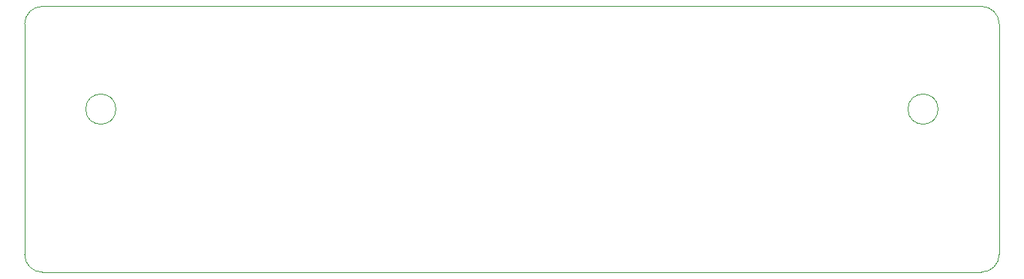
<source format=gbr>
%TF.GenerationSoftware,KiCad,Pcbnew,8.0.2*%
%TF.CreationDate,2024-05-20T13:08:33-07:00*%
%TF.ProjectId,USB_8769M,5553425f-3837-4363-994d-2e6b69636164,rev?*%
%TF.SameCoordinates,Original*%
%TF.FileFunction,Profile,NP*%
%FSLAX46Y46*%
G04 Gerber Fmt 4.6, Leading zero omitted, Abs format (unit mm)*
G04 Created by KiCad (PCBNEW 8.0.2) date 2024-05-20 13:08:33*
%MOMM*%
%LPD*%
G01*
G04 APERTURE LIST*
%TA.AperFunction,Profile*%
%ADD10C,0.050000*%
%TD*%
G04 APERTURE END LIST*
D10*
X204900000Y-112600000D02*
G75*
G02*
X202900000Y-114600000I-2000000J0D01*
G01*
X96900000Y-114600000D02*
G75*
G02*
X94900000Y-112600000I0J2000000D01*
G01*
X105200000Y-96200000D02*
G75*
G02*
X101800000Y-96200000I-1700000J0D01*
G01*
X101800000Y-96200000D02*
G75*
G02*
X105200000Y-96200000I1700000J0D01*
G01*
X202900000Y-84600000D02*
G75*
G02*
X204900000Y-86600000I0J-2000000D01*
G01*
X202900000Y-114600000D02*
X96900000Y-114600000D01*
X94900000Y-86600000D02*
G75*
G02*
X96900000Y-84600000I2000000J0D01*
G01*
X94900000Y-112600000D02*
X94900000Y-86600000D01*
X204900000Y-86600000D02*
X204900000Y-112600000D01*
X198000000Y-96200000D02*
G75*
G02*
X194600000Y-96200000I-1700000J0D01*
G01*
X194600000Y-96200000D02*
G75*
G02*
X198000000Y-96200000I1700000J0D01*
G01*
X96900000Y-84600000D02*
X202900000Y-84600000D01*
M02*

</source>
